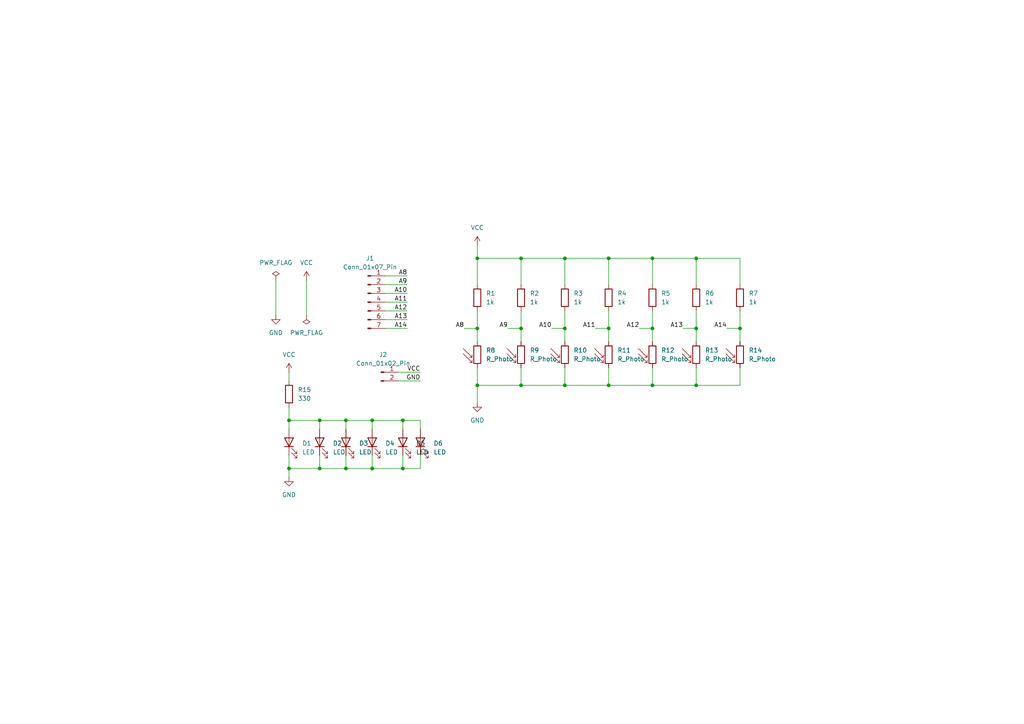
<source format=kicad_sch>
(kicad_sch (version 20250114) (generator "eeschema") (generator_version "9.0")
  (paper "A4")
  (lib_symbols
    (symbol "Connector:Conn_01x02_Pin" (pin_names (offset 1.016) (hide yes))
      (property "Reference" "J" (at 0 2.54 0))
      (property "Value" "Conn_01x02_Pin" (at 0 -5.08 0))
      (symbol "Conn_01x02_Pin_1_1"
        (rectangle (start 0.8636 0.127) (end 0 -0.127) (stroke (width 0.1524)) (fill (type outline)))
        (rectangle (start 0.8636 -2.413) (end 0 -2.667) (stroke (width 0.1524)) (fill (type outline)))
        (polyline (pts (xy 1.27 0) (xy 0.8636 0)) (stroke (width 0.1524)))
        (polyline (pts (xy 1.27 -2.54) (xy 0.8636 -2.54)) (stroke (width 0.1524)))
        (pin passive line (at 5.08 0 180) (length 3.81) (name "Pin_1") (number "1"))
        (pin passive line (at 5.08 -2.54 180) (length 3.81) (name "Pin_2") (number "2"))
      )
    )
    (symbol "Connector:Conn_01x07_Pin" (pin_names (offset 1.016) (hide yes))
      (property "Reference" "J" (at 0 10.16 0))
      (property "Value" "Conn_01x07_Pin" (at 0 -10.16 0))
      (symbol "Conn_01x07_Pin_1_1"
        (rectangle (start 0.8636 7.747) (end 0 7.493) (stroke (width 0.1524)) (fill (type outline)))
        (rectangle (start 0.8636 5.207) (end 0 4.953) (stroke (width 0.1524)) (fill (type outline)))
        (rectangle (start 0.8636 2.667) (end 0 2.413) (stroke (width 0.1524)) (fill (type outline)))
        (rectangle (start 0.8636 0.127) (end 0 -0.127) (stroke (width 0.1524)) (fill (type outline)))
        (rectangle (start 0.8636 -2.413) (end 0 -2.667) (stroke (width 0.1524)) (fill (type outline)))
        (rectangle (start 0.8636 -4.953) (end 0 -5.207) (stroke (width 0.1524)) (fill (type outline)))
        (rectangle (start 0.8636 -7.493) (end 0 -7.747) (stroke (width 0.1524)) (fill (type outline)))
        (polyline (pts (xy 1.27 7.62) (xy 0.8636 7.62)) (stroke (width 0.1524)))
        (polyline (pts (xy 1.27 5.08) (xy 0.8636 5.08)) (stroke (width 0.1524)))
        (polyline (pts (xy 1.27 2.54) (xy 0.8636 2.54)) (stroke (width 0.1524)))
        (polyline (pts (xy 1.27 0) (xy 0.8636 0)) (stroke (width 0.1524)))
        (polyline (pts (xy 1.27 -2.54) (xy 0.8636 -2.54)) (stroke (width 0.1524)))
        (polyline (pts (xy 1.27 -5.08) (xy 0.8636 -5.08)) (stroke (width 0.1524)))
        (polyline (pts (xy 1.27 -7.62) (xy 0.8636 -7.62)) (stroke (width 0.1524)))
        (pin passive line (at 5.08 7.62 180) (length 3.81) (name "Pin_1") (number "1"))
        (pin passive line (at 5.08 5.08 180) (length 3.81) (name "Pin_2") (number "2"))
        (pin passive line (at 5.08 2.54 180) (length 3.81) (name "Pin_3") (number "3"))
        (pin passive line (at 5.08 0 180) (length 3.81) (name "Pin_4") (number "4"))
        (pin passive line (at 5.08 -2.54 180) (length 3.81) (name "Pin_5") (number "5"))
        (pin passive line (at 5.08 -5.08 180) (length 3.81) (name "Pin_6") (number "6"))
        (pin passive line (at 5.08 -7.62 180) (length 3.81) (name "Pin_7") (number "7"))
      )
    )
    (symbol "Device:LED" (pin_numbers (hide yes)) (pin_names (offset 1.016) (hide yes))
      (property "Reference" "D" (at 0 2.54 0))
      (property "Value" "LED" (at 0 -2.54 0))
      (symbol "LED_0_1"
        (polyline (pts (xy -3.048 -0.762) (xy -4.572 -2.286) (xy -3.81 -2.286) (xy -4.572 -2.286) (xy -4.572 -1.524)))
        (polyline (pts (xy -1.778 -0.762) (xy -3.302 -2.286) (xy -2.54 -2.286) (xy -3.302 -2.286) (xy -3.302 -1.524)))
        (polyline (pts (xy -1.27 0) (xy 1.27 0)))
        (polyline (pts (xy -1.27 -1.27) (xy -1.27 1.27)) (stroke (width 0.254)))
        (polyline (pts (xy 1.27 -1.27) (xy 1.27 1.27) (xy -1.27 0) (xy 1.27 -1.27)) (stroke (width 0.254)))
      )
      (symbol "LED_1_1"
        (pin passive line (at -3.81 0 0) (length 2.54) (name "K") (number "1"))
        (pin passive line (at 3.81 0 180) (length 2.54) (name "A") (number "2"))
      )
    )
    (symbol "Device:R" (pin_numbers (hide yes)) (pin_names (offset 0))
      (property "Reference" "R" (at 2.032 0 90))
      (property "Value" "R" (at 0 0 90))
      (symbol "R_0_1"
        (rectangle (start -1.016 -2.54) (end 1.016 2.54) (stroke (width 0.254)))
      )
      (symbol "R_1_1"
        (pin passive line (at 0 3.81 270) (length 1.27) (name "~") (number "1"))
        (pin passive line (at 0 -3.81 90) (length 1.27) (name "~") (number "2"))
      )
    )
    (symbol "Device:R_Photo" (pin_numbers (hide yes)) (pin_names (offset 0))
      (property "Reference" "R" (at 1.27 1.27 0))
      (property "Value" "R_Photo" (at 1.27 0 0))
      (symbol "R_Photo_0_1"
        (polyline (pts (xy -1.524 -0.762) (xy -4.064 1.778)))
        (polyline (pts (xy -1.524 -0.762) (xy -2.286 -0.762)))
        (polyline (pts (xy -1.524 -0.762) (xy -1.524 0)))
        (polyline (pts (xy -1.524 -2.286) (xy -4.064 0.254)))
        (polyline (pts (xy -1.524 -2.286) (xy -2.286 -2.286)))
        (polyline (pts (xy -1.524 -2.286) (xy -1.524 -1.524)))
        (rectangle (start -1.016 2.54) (end 1.016 -2.54) (stroke (width 0.254)))
      )
      (symbol "R_Photo_1_1"
        (pin passive line (at 0 3.81 270) (length 1.27) (name "~") (number "1"))
        (pin passive line (at 0 -3.81 90) (length 1.27) (name "~") (number "2"))
      )
    )
    (symbol "power:GND" (power) (pin_numbers (hide yes)) (pin_names (offset 0) (hide yes))
      (property "Value" "GND" (at 0 -3.81 0))
      (symbol "GND_0_1"
        (polyline (pts (xy 0 0) (xy 0 -1.27) (xy 1.27 -1.27) (xy 0 -2.54) (xy -1.27 -1.27) (xy 0 -1.27)))
      )
      (symbol "GND_1_1"
        (pin power_in line (at 0 0 270) (length 0) (name "~") (number "1"))
      )
    )
    (symbol "power:PWR_FLAG" (power) (pin_numbers (hide yes)) (pin_names (offset 0) (hide yes))
      (property "Value" "PWR_FLAG" (at 0 3.81 0))
      (symbol "PWR_FLAG_0_0"
        (pin power_out line (at 0 0 90) (length 0) (name "~") (number "1"))
      )
      (symbol "PWR_FLAG_0_1"
        (polyline (pts (xy 0 0) (xy 0 1.27) (xy -1.016 1.905) (xy 0 2.54) (xy 1.016 1.905) (xy 0 1.27)))
      )
    )
    (symbol "power:VCC" (power) (pin_numbers (hide yes)) (pin_names (offset 0) (hide yes))
      (property "Value" "VCC" (at 0 3.556 0))
      (symbol "VCC_0_1"
        (polyline (pts (xy -0.762 1.27) (xy 0 2.54)))
        (polyline (pts (xy 0 2.54) (xy 0.762 1.27)))
        (polyline (pts (xy 0 0) (xy 0 2.54)))
      )
      (symbol "VCC_1_1"
        (pin power_in line (at 0 0 90) (length 0) (name "~") (number "1"))
      )
    )
  )
  (junction (at 189.23 74.93))
  (junction (at 176.53 74.93))
  (junction (at 138.43 74.93))
  (junction (at 100.33 121.92))
  (junction (at 201.93 111.76))
  (junction (at 176.53 95.25))
  (junction (at 83.82 135.89))
  (junction (at 201.93 95.25))
  (junction (at 151.13 111.76))
  (junction (at 138.43 95.25))
  (junction (at 92.71 135.89))
  (junction (at 163.83 95.25))
  (junction (at 163.83 111.76))
  (junction (at 151.13 95.25))
  (junction (at 116.84 121.92))
  (junction (at 163.83 74.93))
  (junction (at 189.23 95.25))
  (junction (at 100.33 135.89))
  (junction (at 107.95 135.89))
  (junction (at 214.63 95.25))
  (junction (at 138.43 111.76))
  (junction (at 92.71 121.92))
  (junction (at 201.93 74.93))
  (junction (at 189.23 111.76))
  (junction (at 151.13 74.93))
  (junction (at 116.84 135.89))
  (junction (at 176.53 111.76))
  (junction (at 107.95 121.92))
  (junction (at 83.82 121.92))
  (wire (pts (xy 88.9 81.28) (xy 88.9 91.44)))
  (wire (pts (xy 111.76 92.71) (xy 118.11 92.71)))
  (wire (pts (xy 210.82 95.25) (xy 214.63 95.25)))
  (wire (pts (xy 176.53 82.55) (xy 176.53 74.93)))
  (wire (pts (xy 107.95 121.92) (xy 107.95 124.46)))
  (wire (pts (xy 151.13 74.93) (xy 151.13 82.55)))
  (wire (pts (xy 163.83 74.93) (xy 163.83 82.55)))
  (wire (pts (xy 138.43 74.93) (xy 151.13 74.93)))
  (wire (pts (xy 116.84 132.08) (xy 116.84 135.89)))
  (wire (pts (xy 111.76 90.17) (xy 118.11 90.17)))
  (wire (pts (xy 100.33 135.89) (xy 107.95 135.89)))
  (wire (pts (xy 134.62 95.25) (xy 138.43 95.25)))
  (wire (pts (xy 83.82 121.92) (xy 92.71 121.92)))
  (wire (pts (xy 80.01 81.28) (xy 80.01 91.44)))
  (wire (pts (xy 214.63 95.25) (xy 214.63 99.06)))
  (wire (pts (xy 138.43 71.12) (xy 138.43 74.93)))
  (wire (pts (xy 138.43 82.55) (xy 138.43 74.93)))
  (wire (pts (xy 176.53 106.68) (xy 176.53 111.76)))
  (wire (pts (xy 201.93 95.25) (xy 201.93 99.06)))
  (wire (pts (xy 163.83 95.25) (xy 163.83 99.06)))
  (wire (pts (xy 163.83 90.17) (xy 163.83 95.25)))
  (wire (pts (xy 115.57 107.95) (xy 121.92 107.95)))
  (wire (pts (xy 116.84 121.92) (xy 116.84 124.46)))
  (wire (pts (xy 111.76 85.09) (xy 118.11 85.09)))
  (wire (pts (xy 201.93 74.93) (xy 214.63 74.93)))
  (wire (pts (xy 107.95 135.89) (xy 116.84 135.89)))
  (wire (pts (xy 83.82 118.11) (xy 83.82 121.92)))
  (wire (pts (xy 189.23 95.25) (xy 189.23 99.06)))
  (wire (pts (xy 147.32 95.25) (xy 151.13 95.25)))
  (wire (pts (xy 107.95 121.92) (xy 116.84 121.92)))
  (wire (pts (xy 83.82 135.89) (xy 83.82 138.43)))
  (wire (pts (xy 189.23 74.93) (xy 201.93 74.93)))
  (wire (pts (xy 214.63 74.93) (xy 214.63 82.55)))
  (wire (pts (xy 198.12 95.25) (xy 201.93 95.25)))
  (wire (pts (xy 185.42 95.25) (xy 189.23 95.25)))
  (wire (pts (xy 115.57 110.49) (xy 121.92 110.49)))
  (wire (pts (xy 176.53 74.93) (xy 189.23 74.93)))
  (wire (pts (xy 176.53 90.17) (xy 176.53 95.25)))
  (wire (pts (xy 111.76 82.55) (xy 118.11 82.55)))
  (wire (pts (xy 176.53 111.76) (xy 189.23 111.76)))
  (wire (pts (xy 83.82 132.08) (xy 83.82 135.89)))
  (wire (pts (xy 214.63 90.17) (xy 214.63 95.25)))
  (wire (pts (xy 201.93 74.93) (xy 201.93 82.55)))
  (wire (pts (xy 100.33 132.08) (xy 100.33 135.89)))
  (wire (pts (xy 176.53 95.25) (xy 176.53 99.06)))
  (wire (pts (xy 138.43 111.76) (xy 151.13 111.76)))
  (wire (pts (xy 92.71 135.89) (xy 100.33 135.89)))
  (wire (pts (xy 111.76 80.01) (xy 118.11 80.01)))
  (wire (pts (xy 83.82 135.89) (xy 92.71 135.89)))
  (wire (pts (xy 111.76 95.25) (xy 118.11 95.25)))
  (wire (pts (xy 116.84 121.92) (xy 121.92 121.92)))
  (wire (pts (xy 92.71 121.92) (xy 100.33 121.92)))
  (wire (pts (xy 107.95 132.08) (xy 107.95 135.89)))
  (wire (pts (xy 138.43 90.17) (xy 138.43 95.25)))
  (wire (pts (xy 92.71 132.08) (xy 92.71 135.89)))
  (wire (pts (xy 83.82 107.95) (xy 83.82 110.49)))
  (wire (pts (xy 201.93 111.76) (xy 214.63 111.76)))
  (wire (pts (xy 163.83 74.93) (xy 176.53 74.93)))
  (wire (pts (xy 121.92 132.08) (xy 121.92 135.89)))
  (wire (pts (xy 160.02 95.25) (xy 163.83 95.25)))
  (wire (pts (xy 214.63 106.68) (xy 214.63 111.76)))
  (wire (pts (xy 151.13 95.25) (xy 151.13 99.06)))
  (wire (pts (xy 163.83 111.76) (xy 176.53 111.76)))
  (wire (pts (xy 92.71 121.92) (xy 92.71 124.46)))
  (wire (pts (xy 201.93 106.68) (xy 201.93 111.76)))
  (wire (pts (xy 201.93 90.17) (xy 201.93 95.25)))
  (wire (pts (xy 138.43 106.68) (xy 138.43 111.76)))
  (wire (pts (xy 83.82 121.92) (xy 83.82 124.46)))
  (wire (pts (xy 100.33 121.92) (xy 107.95 121.92)))
  (wire (pts (xy 116.84 135.89) (xy 121.92 135.89)))
  (wire (pts (xy 189.23 106.68) (xy 189.23 111.76)))
  (wire (pts (xy 138.43 111.76) (xy 138.43 116.84)))
  (wire (pts (xy 189.23 90.17) (xy 189.23 95.25)))
  (wire (pts (xy 151.13 74.93) (xy 163.83 74.93)))
  (wire (pts (xy 172.72 95.25) (xy 176.53 95.25)))
  (wire (pts (xy 189.23 111.76) (xy 201.93 111.76)))
  (wire (pts (xy 111.76 87.63) (xy 118.11 87.63)))
  (wire (pts (xy 138.43 95.25) (xy 138.43 99.06)))
  (wire (pts (xy 163.83 106.68) (xy 163.83 111.76)))
  (wire (pts (xy 189.23 74.93) (xy 189.23 82.55)))
  (wire (pts (xy 100.33 121.92) (xy 100.33 124.46)))
  (wire (pts (xy 151.13 106.68) (xy 151.13 111.76)))
  (wire (pts (xy 151.13 90.17) (xy 151.13 95.25)))
  (wire (pts (xy 121.92 121.92) (xy 121.92 124.46)))
  (wire (pts (xy 151.13 111.76) (xy 163.83 111.76)))
  (label "A11" (at 118.11 87.63 180))
  (label "A10" (at 118.11 85.09 180))
  (label "A14" (at 118.11 95.25 180))
  (label "A13" (at 198.12 95.25 180))
  (label "A11" (at 172.72 95.25 180))
  (label "VCC" (at 121.92 107.95 180))
  (label "A12" (at 118.11 90.17 180))
  (label "A13" (at 118.11 92.71 180))
  (label "A8" (at 118.11 80.01 180))
  (label "A9" (at 147.32 95.25 180))
  (label "GND" (at 121.92 110.49 180))
  (label "A9" (at 118.11 82.55 180))
  (label "A14" (at 210.82 95.25 180))
  (label "A8" (at 134.62 95.25 180))
  (label "A10" (at 160.02 95.25 180))
  (label "A12" (at 185.42 95.25 180))
  (symbol (lib_id "Device:LED") (at 100.33 128.27 90) (unit 1)
    (property "Reference" "D3" (at 104.14 128.5874 90) (effects (justify right)))
    (property "Value" "LED" (at 104.14 131.1274 90) (effects (justify right)))
    (property "Footprint" "LED_THT:LED_D5.0mm" (effects (hide yes)))
    (property "Description" "Light emitting diode" (effects (hide yes)))
    (property "Sim.Pins" "1=K 2=A" (effects (hide yes)))
  )
  (symbol (lib_id "Device:R") (at 201.93 86.36 0) (unit 1)
    (property "Reference" "R6" (at 204.47 85.0899 0) (effects (justify left)))
    (property "Value" "1k" (at 204.47 87.6299 0) (effects (justify left)))
    (property "Footprint" "Resistor_THT:R_Axial_DIN0207_L6.3mm_D2.5mm_P10.16mm_Horizontal" (effects (hide yes)))
    (property "Description" "Resistor" (effects (hide yes)))
  )
  (symbol (lib_id "Device:R_Photo") (at 189.23 102.87 0) (unit 1)
    (property "Reference" "R12" (at 191.77 101.5999 0) (effects (justify left)))
    (property "Value" "R_Photo" (at 191.77 104.1399 0) (effects (justify left)))
    (property "Footprint" "OptoDevice:R_LDR_5.0x4.1mm_P3mm_Vertical" (effects (hide yes)))
    (property "Description" "Photoresistor" (effects (hide yes)))
  )
  (symbol (lib_id "power:GND") (at 138.43 116.84 0) (unit 1)
    (property "Reference" "#PWR02" (effects (hide yes)))
    (property "Value" "GND" (at 138.43 121.92 0))
    (property "Description" "Power symbol creates a global label with name \"GND\" , ground" (effects (hide yes)))
  )
  (symbol (lib_id "Device:R") (at 214.63 86.36 0) (unit 1)
    (property "Reference" "R7" (at 217.17 85.0899 0) (effects (justify left)))
    (property "Value" "1k" (at 217.17 87.6299 0) (effects (justify left)))
    (property "Footprint" "Resistor_THT:R_Axial_DIN0207_L6.3mm_D2.5mm_P10.16mm_Horizontal" (effects (hide yes)))
    (property "Description" "Resistor" (effects (hide yes)))
  )
  (symbol (lib_id "Device:LED") (at 116.84 128.27 90) (unit 1)
    (property "Reference" "D5" (at 120.65 128.5874 90) (effects (justify right)))
    (property "Value" "LED" (at 120.65 131.1274 90) (effects (justify right)))
    (property "Footprint" "LED_THT:LED_D5.0mm" (effects (hide yes)))
    (property "Description" "Light emitting diode" (effects (hide yes)))
    (property "Sim.Pins" "1=K 2=A" (effects (hide yes)))
  )
  (symbol (lib_id "power:PWR_FLAG") (at 88.9 91.44 180) (unit 1)
    (property "Reference" "#FLG02" (effects (hide yes)))
    (property "Value" "PWR_FLAG" (at 88.9 96.52 0))
    (property "Description" "Special symbol for telling ERC where power comes from" (effects (hide yes)))
  )
  (symbol (lib_id "Device:R_Photo") (at 214.63 102.87 0) (unit 1)
    (property "Reference" "R14" (at 217.17 101.5999 0) (effects (justify left)))
    (property "Value" "R_Photo" (at 217.17 104.1399 0) (effects (justify left)))
    (property "Footprint" "OptoDevice:R_LDR_5.0x4.1mm_P3mm_Vertical" (effects (hide yes)))
    (property "Description" "Photoresistor" (effects (hide yes)))
  )
  (symbol (lib_id "Device:R") (at 163.83 86.36 0) (unit 1)
    (property "Reference" "R3" (at 166.37 85.0899 0) (effects (justify left)))
    (property "Value" "1k" (at 166.37 87.6299 0) (effects (justify left)))
    (property "Footprint" "Resistor_THT:R_Axial_DIN0207_L6.3mm_D2.5mm_P10.16mm_Horizontal" (effects (hide yes)))
    (property "Description" "Resistor" (effects (hide yes)))
  )
  (symbol (lib_id "Device:R_Photo") (at 151.13 102.87 0) (unit 1)
    (property "Reference" "R9" (at 153.67 101.5999 0) (effects (justify left)))
    (property "Value" "R_Photo" (at 153.67 104.1399 0) (effects (justify left)))
    (property "Footprint" "OptoDevice:R_LDR_5.0x4.1mm_P3mm_Vertical" (effects (hide yes)))
    (property "Description" "Photoresistor" (effects (hide yes)))
  )
  (symbol (lib_id "Device:R_Photo") (at 176.53 102.87 0) (unit 1)
    (property "Reference" "R11" (at 179.07 101.5999 0) (effects (justify left)))
    (property "Value" "R_Photo" (at 179.07 104.1399 0) (effects (justify left)))
    (property "Footprint" "OptoDevice:R_LDR_5.0x4.1mm_P3mm_Vertical" (effects (hide yes)))
    (property "Description" "Photoresistor" (effects (hide yes)))
  )
  (symbol (lib_id "power:PWR_FLAG") (at 80.01 81.28 0) (unit 1)
    (property "Reference" "#FLG01" (effects (hide yes)))
    (property "Value" "PWR_FLAG" (at 80.01 76.2 0))
    (property "Description" "Special symbol for telling ERC where power comes from" (effects (hide yes)))
  )
  (symbol (lib_id "power:VCC") (at 88.9 81.28 0) (unit 1)
    (property "Reference" "#PWR05" (effects (hide yes)))
    (property "Value" "VCC" (at 88.9 76.2 0))
    (property "Description" "Power symbol creates a global label with name \"VCC\"" (effects (hide yes)))
  )
  (symbol (lib_id "power:VCC") (at 138.43 71.12 0) (unit 1)
    (property "Reference" "#PWR01" (effects (hide yes)))
    (property "Value" "VCC" (at 138.43 66.04 0))
    (property "Description" "Power symbol creates a global label with name \"VCC\"" (effects (hide yes)))
  )
  (symbol (lib_id "Device:R") (at 138.43 86.36 0) (unit 1)
    (property "Reference" "R1" (at 140.97 85.0899 0) (effects (justify left)))
    (property "Value" "1k" (at 140.97 87.6299 0) (effects (justify left)))
    (property "Footprint" "Resistor_THT:R_Axial_DIN0207_L6.3mm_D2.5mm_P10.16mm_Horizontal" (effects (hide yes)))
    (property "Description" "Resistor" (effects (hide yes)))
  )
  (symbol (lib_id "Device:R_Photo") (at 138.43 102.87 0) (unit 1)
    (property "Reference" "R8" (at 140.97 101.5999 0) (effects (justify left)))
    (property "Value" "R_Photo" (at 140.97 104.1399 0) (effects (justify left)))
    (property "Footprint" "OptoDevice:R_LDR_5.0x4.1mm_P3mm_Vertical" (effects (hide yes)))
    (property "Description" "Photoresistor" (effects (hide yes)))
  )
  (symbol (lib_id "Device:R_Photo") (at 201.93 102.87 0) (unit 1)
    (property "Reference" "R13" (at 204.47 101.5999 0) (effects (justify left)))
    (property "Value" "R_Photo" (at 204.47 104.1399 0) (effects (justify left)))
    (property "Footprint" "OptoDevice:R_LDR_5.0x4.1mm_P3mm_Vertical" (effects (hide yes)))
    (property "Description" "Photoresistor" (effects (hide yes)))
  )
  (symbol (lib_id "power:GND") (at 83.82 138.43 0) (unit 1)
    (property "Reference" "#PWR03" (effects (hide yes)))
    (property "Value" "GND" (at 83.82 143.51 0))
    (property "Description" "Power symbol creates a global label with name \"GND\" , ground" (effects (hide yes)))
  )
  (symbol (lib_id "power:GND") (at 80.01 91.44 0) (unit 1)
    (property "Reference" "#PWR06" (effects (hide yes)))
    (property "Value" "GND" (at 80.01 96.52 0))
    (property "Description" "Power symbol creates a global label with name \"GND\" , ground" (effects (hide yes)))
  )
  (symbol (lib_id "Connector:Conn_01x07_Pin") (at 106.68 87.63 0) (unit 1)
    (property "Reference" "J1" (at 107.315 74.93 0))
    (property "Value" "Conn_01x07_Pin" (at 107.315 77.47 0))
    (property "Footprint" "Connector_PinHeader_2.54mm:PinHeader_1x07_P2.54mm_Vertical" (effects (hide yes)))
    (property "Description" "Generic connector, single row, 01x07, script generated" (effects (hide yes)))
  )
  (symbol (lib_id "Device:LED") (at 107.95 128.27 90) (unit 1)
    (property "Reference" "D4" (at 111.76 128.5874 90) (effects (justify right)))
    (property "Value" "LED" (at 111.76 131.1274 90) (effects (justify right)))
    (property "Footprint" "LED_THT:LED_D5.0mm" (effects (hide yes)))
    (property "Description" "Light emitting diode" (effects (hide yes)))
    (property "Sim.Pins" "1=K 2=A" (effects (hide yes)))
  )
  (symbol (lib_id "Device:LED") (at 121.92 128.27 90) (unit 1)
    (property "Reference" "D6" (at 125.73 128.5874 90) (effects (justify right)))
    (property "Value" "LED" (at 125.73 131.1274 90) (effects (justify right)))
    (property "Footprint" "LED_THT:LED_D5.0mm" (effects (hide yes)))
    (property "Description" "Light emitting diode" (effects (hide yes)))
    (property "Sim.Pins" "1=K 2=A" (effects (hide yes)))
  )
  (symbol (lib_id "Device:R_Photo") (at 163.83 102.87 0) (unit 1)
    (property "Reference" "R10" (at 166.37 101.5999 0) (effects (justify left)))
    (property "Value" "R_Photo" (at 166.37 104.1399 0) (effects (justify left)))
    (property "Footprint" "OptoDevice:R_LDR_5.0x4.1mm_P3mm_Vertical" (effects (hide yes)))
    (property "Description" "Photoresistor" (effects (hide yes)))
  )
  (symbol (lib_id "power:VCC") (at 83.82 107.95 0) (unit 1)
    (property "Reference" "#PWR04" (effects (hide yes)))
    (property "Value" "VCC" (at 83.82 102.87 0))
    (property "Description" "Power symbol creates a global label with name \"VCC\"" (effects (hide yes)))
  )
  (symbol (lib_id "Device:LED") (at 92.71 128.27 90) (unit 1)
    (property "Reference" "D2" (at 96.52 128.5874 90) (effects (justify right)))
    (property "Value" "LED" (at 96.52 131.1274 90) (effects (justify right)))
    (property "Footprint" "LED_THT:LED_D5.0mm" (effects (hide yes)))
    (property "Description" "Light emitting diode" (effects (hide yes)))
    (property "Sim.Pins" "1=K 2=A" (effects (hide yes)))
  )
  (symbol (lib_id "Device:R") (at 83.82 114.3 0) (unit 1)
    (property "Reference" "R15" (at 86.36 113.0299 0) (effects (justify left)))
    (property "Value" "330" (at 86.36 115.5699 0) (effects (justify left)))
    (property "Footprint" "Resistor_THT:R_Axial_DIN0207_L6.3mm_D2.5mm_P10.16mm_Horizontal" (effects (hide yes)))
    (property "Description" "Resistor" (effects (hide yes)))
  )
  (symbol (lib_id "Connector:Conn_01x02_Pin") (at 110.49 107.95 0) (unit 1)
    (property "Reference" "J2" (at 111.125 102.87 0))
    (property "Value" "Conn_01x02_Pin" (at 111.125 105.41 0))
    (property "Footprint" "Connector_PinHeader_2.54mm:PinHeader_1x02_P2.54mm_Vertical" (effects (hide yes)))
    (property "Description" "Generic connector, single row, 01x02, script generated" (effects (hide yes)))
  )
  (symbol (lib_id "Device:R") (at 189.23 86.36 0) (unit 1)
    (property "Reference" "R5" (at 191.77 85.0899 0) (effects (justify left)))
    (property "Value" "1k" (at 191.77 87.6299 0) (effects (justify left)))
    (property "Footprint" "Resistor_THT:R_Axial_DIN0207_L6.3mm_D2.5mm_P10.16mm_Horizontal" (effects (hide yes)))
    (property "Description" "Resistor" (effects (hide yes)))
  )
  (symbol (lib_id "Device:R") (at 151.13 86.36 0) (unit 1)
    (property "Reference" "R2" (at 153.67 85.0899 0) (effects (justify left)))
    (property "Value" "1k" (at 153.67 87.6299 0) (effects (justify left)))
    (property "Footprint" "Resistor_THT:R_Axial_DIN0207_L6.3mm_D2.5mm_P10.16mm_Horizontal" (effects (hide yes)))
    (property "Description" "Resistor" (effects (hide yes)))
  )
  (symbol (lib_id "Device:R") (at 176.53 86.36 0) (unit 1)
    (property "Reference" "R4" (at 179.07 85.0899 0) (effects (justify left)))
    (property "Value" "1k" (at 179.07 87.6299 0) (effects (justify left)))
    (property "Footprint" "Resistor_THT:R_Axial_DIN0207_L6.3mm_D2.5mm_P10.16mm_Horizontal" (effects (hide yes)))
    (property "Description" "Resistor" (effects (hide yes)))
  )
  (symbol (lib_id "Device:LED") (at 83.82 128.27 90) (unit 1)
    (property "Reference" "D1" (at 87.63 128.5874 90) (effects (justify right)))
    (property "Value" "LED" (at 87.63 131.1274 90) (effects (justify right)))
    (property "Footprint" "LED_THT:LED_D5.0mm" (effects (hide yes)))
    (property "Description" "Light emitting diode" (effects (hide yes)))
    (property "Sim.Pins" "1=K 2=A" (effects (hide yes)))
  )
)
</source>
